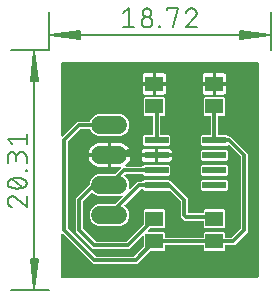
<source format=gbr>
G04 EAGLE Gerber RS-274X export*
G75*
%MOMM*%
%FSLAX34Y34*%
%LPD*%
%INTop Copper*%
%IPPOS*%
%AMOC8*
5,1,8,0,0,1.08239X$1,22.5*%
G01*
%ADD10C,0.130000*%
%ADD11C,0.152400*%
%ADD12R,1.500000X1.300000*%
%ADD13C,1.524000*%
%ADD14R,2.030000X0.610000*%
%ADD15C,0.304800*%

G36*
X176298Y607064D02*
X176298Y607064D01*
X176317Y607062D01*
X176419Y607084D01*
X176521Y607100D01*
X176538Y607110D01*
X176558Y607114D01*
X176647Y607167D01*
X176738Y607216D01*
X176752Y607230D01*
X176769Y607240D01*
X176836Y607319D01*
X176908Y607394D01*
X176916Y607412D01*
X176929Y607427D01*
X176968Y607523D01*
X177011Y607617D01*
X177013Y607637D01*
X177021Y607655D01*
X177039Y607822D01*
X177039Y789078D01*
X177036Y789098D01*
X177038Y789117D01*
X177016Y789219D01*
X177000Y789321D01*
X176990Y789338D01*
X176986Y789358D01*
X176933Y789447D01*
X176884Y789538D01*
X176870Y789552D01*
X176860Y789569D01*
X176781Y789636D01*
X176706Y789708D01*
X176688Y789716D01*
X176673Y789729D01*
X176577Y789768D01*
X176483Y789811D01*
X176463Y789813D01*
X176445Y789821D01*
X176278Y789839D01*
X10922Y789839D01*
X10902Y789836D01*
X10883Y789838D01*
X10781Y789816D01*
X10679Y789800D01*
X10662Y789790D01*
X10642Y789786D01*
X10553Y789733D01*
X10462Y789684D01*
X10448Y789670D01*
X10431Y789660D01*
X10364Y789581D01*
X10292Y789506D01*
X10284Y789488D01*
X10271Y789473D01*
X10232Y789377D01*
X10189Y789283D01*
X10187Y789263D01*
X10179Y789245D01*
X10161Y789078D01*
X10161Y727510D01*
X10172Y727439D01*
X10174Y727368D01*
X10192Y727319D01*
X10200Y727267D01*
X10234Y727204D01*
X10259Y727137D01*
X10291Y727096D01*
X10316Y727050D01*
X10367Y727001D01*
X10412Y726945D01*
X10456Y726916D01*
X10494Y726881D01*
X10559Y726850D01*
X10619Y726812D01*
X10670Y726799D01*
X10717Y726777D01*
X10788Y726769D01*
X10858Y726752D01*
X10910Y726756D01*
X10961Y726750D01*
X11032Y726765D01*
X11103Y726771D01*
X11151Y726791D01*
X11202Y726802D01*
X11263Y726839D01*
X11329Y726867D01*
X11385Y726912D01*
X11413Y726928D01*
X11428Y726946D01*
X11460Y726972D01*
X11660Y727172D01*
X24137Y739649D01*
X34036Y739649D01*
X34151Y739668D01*
X34267Y739685D01*
X34273Y739687D01*
X34279Y739688D01*
X34381Y739743D01*
X34486Y739796D01*
X34491Y739801D01*
X34496Y739804D01*
X34576Y739888D01*
X34658Y739972D01*
X34662Y739978D01*
X34665Y739982D01*
X34673Y739999D01*
X34739Y740119D01*
X35427Y741780D01*
X38000Y744353D01*
X41361Y745745D01*
X60239Y745745D01*
X63600Y744353D01*
X66173Y741780D01*
X67565Y738419D01*
X67565Y734781D01*
X66173Y731420D01*
X63600Y728847D01*
X60239Y727455D01*
X41361Y727455D01*
X38000Y728847D01*
X35427Y731420D01*
X34739Y733081D01*
X34678Y733181D01*
X34618Y733281D01*
X34613Y733285D01*
X34610Y733290D01*
X34520Y733365D01*
X34431Y733441D01*
X34425Y733443D01*
X34420Y733447D01*
X34312Y733489D01*
X34203Y733533D01*
X34195Y733534D01*
X34191Y733535D01*
X34172Y733536D01*
X34036Y733551D01*
X26978Y733551D01*
X26888Y733537D01*
X26797Y733529D01*
X26767Y733517D01*
X26735Y733512D01*
X26655Y733469D01*
X26571Y733433D01*
X26539Y733407D01*
X26518Y733396D01*
X26496Y733373D01*
X26440Y733328D01*
X15972Y722860D01*
X15919Y722786D01*
X15859Y722717D01*
X15847Y722687D01*
X15828Y722660D01*
X15801Y722573D01*
X15767Y722489D01*
X15763Y722448D01*
X15756Y722425D01*
X15757Y722393D01*
X15749Y722322D01*
X15749Y649278D01*
X15763Y649188D01*
X15771Y649097D01*
X15783Y649067D01*
X15788Y649035D01*
X15831Y648955D01*
X15867Y648871D01*
X15893Y648839D01*
X15904Y648818D01*
X15927Y648796D01*
X15972Y648740D01*
X39140Y625572D01*
X39214Y625519D01*
X39283Y625459D01*
X39313Y625447D01*
X39340Y625428D01*
X39427Y625401D01*
X39511Y625367D01*
X39552Y625363D01*
X39575Y625356D01*
X39607Y625357D01*
X39678Y625349D01*
X71422Y625349D01*
X71512Y625363D01*
X71603Y625371D01*
X71633Y625383D01*
X71665Y625388D01*
X71745Y625431D01*
X71829Y625467D01*
X71861Y625493D01*
X71882Y625504D01*
X71904Y625527D01*
X71960Y625572D01*
X79652Y633264D01*
X79705Y633338D01*
X79765Y633407D01*
X79777Y633437D01*
X79796Y633464D01*
X79823Y633551D01*
X79857Y633635D01*
X79861Y633676D01*
X79868Y633699D01*
X79867Y633731D01*
X79875Y633802D01*
X79875Y642026D01*
X79864Y642097D01*
X79862Y642168D01*
X79844Y642217D01*
X79836Y642269D01*
X79802Y642332D01*
X79777Y642399D01*
X79745Y642440D01*
X79720Y642486D01*
X79668Y642535D01*
X79624Y642591D01*
X79580Y642620D01*
X79542Y642655D01*
X79477Y642686D01*
X79417Y642724D01*
X79366Y642737D01*
X79319Y642759D01*
X79248Y642767D01*
X79178Y642784D01*
X79126Y642780D01*
X79075Y642786D01*
X79004Y642771D01*
X78933Y642765D01*
X78885Y642745D01*
X78834Y642734D01*
X78773Y642697D01*
X78707Y642669D01*
X78651Y642624D01*
X78623Y642608D01*
X78608Y642590D01*
X78576Y642564D01*
X69972Y633960D01*
X67963Y631951D01*
X36837Y631951D01*
X22351Y646437D01*
X22351Y674363D01*
X33812Y685824D01*
X33865Y685898D01*
X33925Y685967D01*
X33937Y685997D01*
X33956Y686024D01*
X33983Y686111D01*
X34017Y686195D01*
X34021Y686236D01*
X34028Y686259D01*
X34027Y686291D01*
X34035Y686362D01*
X34035Y687619D01*
X35427Y690980D01*
X38000Y693553D01*
X41361Y694945D01*
X55318Y694945D01*
X55408Y694959D01*
X55499Y694967D01*
X55529Y694979D01*
X55561Y694984D01*
X55641Y695027D01*
X55725Y695063D01*
X55757Y695089D01*
X55778Y695100D01*
X55800Y695123D01*
X55856Y695168D01*
X60543Y699855D01*
X60548Y699861D01*
X60554Y699866D01*
X60620Y699962D01*
X60687Y700054D01*
X60689Y700062D01*
X60693Y700069D01*
X60725Y700180D01*
X60759Y700289D01*
X60759Y700297D01*
X60761Y700305D01*
X60756Y700420D01*
X60753Y700535D01*
X60750Y700543D01*
X60749Y700551D01*
X60708Y700658D01*
X60668Y700766D01*
X60663Y700773D01*
X60660Y700780D01*
X60586Y700868D01*
X60514Y700958D01*
X60508Y700963D01*
X60503Y700969D01*
X60405Y701029D01*
X60307Y701091D01*
X60300Y701093D01*
X60293Y701097D01*
X60181Y701123D01*
X60069Y701151D01*
X60061Y701151D01*
X60053Y701153D01*
X59886Y701145D01*
X59220Y701039D01*
X52323Y701039D01*
X52323Y709677D01*
X68466Y709677D01*
X68331Y708821D01*
X67836Y707300D01*
X67110Y705875D01*
X66170Y704581D01*
X65039Y703450D01*
X64318Y702926D01*
X64312Y702920D01*
X64305Y702916D01*
X64226Y702833D01*
X64145Y702751D01*
X64142Y702744D01*
X64136Y702738D01*
X64088Y702634D01*
X64037Y702530D01*
X64036Y702522D01*
X64032Y702515D01*
X64020Y702401D01*
X64005Y702286D01*
X64006Y702278D01*
X64005Y702271D01*
X64030Y702158D01*
X64052Y702045D01*
X64056Y702038D01*
X64058Y702030D01*
X64117Y701931D01*
X64174Y701831D01*
X64180Y701826D01*
X64184Y701819D01*
X64271Y701744D01*
X64357Y701667D01*
X64365Y701664D01*
X64371Y701659D01*
X64478Y701616D01*
X64583Y701571D01*
X64591Y701570D01*
X64599Y701567D01*
X64766Y701549D01*
X78264Y701549D01*
X78284Y701552D01*
X78303Y701550D01*
X78405Y701572D01*
X78507Y701588D01*
X78524Y701598D01*
X78544Y701602D01*
X78633Y701655D01*
X78724Y701704D01*
X78738Y701718D01*
X78755Y701728D01*
X78822Y701807D01*
X78894Y701882D01*
X78902Y701900D01*
X78915Y701915D01*
X78954Y702011D01*
X78997Y702105D01*
X78999Y702125D01*
X79007Y702143D01*
X79009Y702166D01*
X79918Y703075D01*
X101482Y703075D01*
X102375Y702182D01*
X102375Y694818D01*
X101482Y693925D01*
X79918Y693925D01*
X79000Y694844D01*
X78986Y694933D01*
X78976Y694950D01*
X78972Y694970D01*
X78919Y695059D01*
X78870Y695150D01*
X78856Y695164D01*
X78846Y695181D01*
X78767Y695248D01*
X78692Y695320D01*
X78674Y695328D01*
X78659Y695341D01*
X78563Y695380D01*
X78469Y695423D01*
X78449Y695425D01*
X78431Y695433D01*
X78264Y695451D01*
X65078Y695451D01*
X64988Y695437D01*
X64897Y695429D01*
X64867Y695417D01*
X64835Y695412D01*
X64755Y695369D01*
X64671Y695333D01*
X64639Y695307D01*
X64618Y695296D01*
X64596Y695273D01*
X64540Y695228D01*
X63770Y694459D01*
X63759Y694443D01*
X63743Y694430D01*
X63687Y694343D01*
X63627Y694259D01*
X63621Y694240D01*
X63610Y694223D01*
X63585Y694123D01*
X63554Y694024D01*
X63555Y694004D01*
X63550Y693985D01*
X63558Y693882D01*
X63561Y693778D01*
X63568Y693759D01*
X63569Y693740D01*
X63610Y693645D01*
X63645Y693547D01*
X63658Y693531D01*
X63666Y693513D01*
X63770Y693382D01*
X66173Y690980D01*
X67565Y687619D01*
X67565Y683981D01*
X67258Y683241D01*
X67236Y683146D01*
X67207Y683053D01*
X67208Y683027D01*
X67202Y683001D01*
X67211Y682905D01*
X67214Y682807D01*
X67223Y682783D01*
X67225Y682757D01*
X67265Y682668D01*
X67298Y682576D01*
X67314Y682556D01*
X67325Y682532D01*
X67391Y682460D01*
X67452Y682384D01*
X67474Y682370D01*
X67492Y682351D01*
X67577Y682304D01*
X67659Y682251D01*
X67684Y682245D01*
X67707Y682232D01*
X67803Y682215D01*
X67897Y682191D01*
X67923Y682193D01*
X67949Y682188D01*
X68046Y682203D01*
X68142Y682210D01*
X68166Y682220D01*
X68192Y682224D01*
X68279Y682268D01*
X68369Y682307D01*
X68394Y682327D01*
X68412Y682336D01*
X68435Y682359D01*
X68500Y682411D01*
X74937Y688849D01*
X78264Y688849D01*
X78284Y688852D01*
X78303Y688850D01*
X78405Y688872D01*
X78507Y688888D01*
X78524Y688898D01*
X78544Y688902D01*
X78633Y688955D01*
X78724Y689004D01*
X78738Y689018D01*
X78755Y689028D01*
X78822Y689107D01*
X78894Y689182D01*
X78902Y689200D01*
X78915Y689215D01*
X78954Y689311D01*
X78997Y689405D01*
X78999Y689425D01*
X79007Y689443D01*
X79009Y689466D01*
X79918Y690375D01*
X101482Y690375D01*
X102400Y689456D01*
X102414Y689367D01*
X102424Y689350D01*
X102428Y689330D01*
X102481Y689241D01*
X102530Y689150D01*
X102544Y689136D01*
X102554Y689119D01*
X102633Y689052D01*
X102708Y688980D01*
X102726Y688972D01*
X102741Y688959D01*
X102760Y688951D01*
X117349Y674363D01*
X117349Y662610D01*
X117351Y662599D01*
X117350Y662593D01*
X117351Y662585D01*
X117350Y662571D01*
X117372Y662469D01*
X117388Y662367D01*
X117398Y662350D01*
X117402Y662330D01*
X117455Y662241D01*
X117504Y662150D01*
X117518Y662136D01*
X117528Y662119D01*
X117607Y662052D01*
X117682Y661980D01*
X117700Y661972D01*
X117715Y661959D01*
X117811Y661920D01*
X117905Y661877D01*
X117925Y661875D01*
X117943Y661867D01*
X118110Y661849D01*
X129914Y661849D01*
X129934Y661852D01*
X129953Y661850D01*
X130055Y661872D01*
X130157Y661888D01*
X130174Y661898D01*
X130194Y661902D01*
X130283Y661955D01*
X130374Y662004D01*
X130388Y662018D01*
X130405Y662028D01*
X130472Y662107D01*
X130544Y662182D01*
X130552Y662200D01*
X130565Y662215D01*
X130604Y662311D01*
X130647Y662405D01*
X130649Y662425D01*
X130657Y662443D01*
X130675Y662610D01*
X130675Y664332D01*
X131568Y665225D01*
X147832Y665225D01*
X148725Y664332D01*
X148725Y650068D01*
X147832Y649175D01*
X131568Y649175D01*
X130675Y650068D01*
X130675Y654990D01*
X130672Y655010D01*
X130674Y655029D01*
X130652Y655131D01*
X130636Y655233D01*
X130626Y655250D01*
X130622Y655270D01*
X130569Y655359D01*
X130520Y655450D01*
X130506Y655464D01*
X130496Y655481D01*
X130417Y655548D01*
X130342Y655620D01*
X130324Y655628D01*
X130309Y655641D01*
X130213Y655680D01*
X130119Y655723D01*
X130099Y655725D01*
X130081Y655733D01*
X129914Y655751D01*
X114637Y655751D01*
X111251Y659137D01*
X111251Y671522D01*
X111237Y671612D01*
X111229Y671703D01*
X111217Y671733D01*
X111212Y671765D01*
X111169Y671845D01*
X111133Y671929D01*
X111107Y671961D01*
X111096Y671982D01*
X111073Y672004D01*
X111028Y672060D01*
X102086Y681002D01*
X102012Y681055D01*
X101943Y681115D01*
X101913Y681127D01*
X101886Y681146D01*
X101799Y681173D01*
X101715Y681207D01*
X101674Y681211D01*
X101651Y681218D01*
X101619Y681217D01*
X101548Y681225D01*
X79918Y681225D01*
X79000Y682144D01*
X78986Y682233D01*
X78976Y682250D01*
X78972Y682270D01*
X78919Y682359D01*
X78870Y682450D01*
X78856Y682464D01*
X78846Y682481D01*
X78767Y682548D01*
X78692Y682620D01*
X78674Y682628D01*
X78659Y682641D01*
X78563Y682680D01*
X78469Y682723D01*
X78449Y682725D01*
X78431Y682733D01*
X78264Y682751D01*
X77778Y682751D01*
X77688Y682737D01*
X77597Y682729D01*
X77567Y682717D01*
X77535Y682712D01*
X77455Y682669D01*
X77371Y682633D01*
X77339Y682607D01*
X77318Y682596D01*
X77296Y682573D01*
X77240Y682528D01*
X63770Y669059D01*
X63759Y669043D01*
X63743Y669030D01*
X63687Y668943D01*
X63627Y668859D01*
X63621Y668840D01*
X63610Y668823D01*
X63585Y668723D01*
X63554Y668624D01*
X63555Y668604D01*
X63550Y668585D01*
X63558Y668482D01*
X63561Y668378D01*
X63568Y668359D01*
X63569Y668340D01*
X63610Y668245D01*
X63645Y668147D01*
X63658Y668131D01*
X63666Y668113D01*
X63770Y667982D01*
X66173Y665580D01*
X67565Y662219D01*
X67565Y658581D01*
X66173Y655220D01*
X63600Y652647D01*
X60239Y651255D01*
X41361Y651255D01*
X38000Y652647D01*
X35427Y655220D01*
X34035Y658581D01*
X34035Y662219D01*
X35427Y665580D01*
X38000Y668153D01*
X41361Y669545D01*
X55318Y669545D01*
X55408Y669559D01*
X55499Y669567D01*
X55529Y669579D01*
X55561Y669584D01*
X55641Y669627D01*
X55725Y669663D01*
X55757Y669689D01*
X55778Y669700D01*
X55800Y669723D01*
X55856Y669768D01*
X61809Y675720D01*
X61866Y675799D01*
X61928Y675874D01*
X61937Y675899D01*
X61952Y675920D01*
X61981Y676013D01*
X62016Y676104D01*
X62017Y676130D01*
X62025Y676155D01*
X62022Y676252D01*
X62026Y676350D01*
X62019Y676375D01*
X62018Y676401D01*
X61985Y676492D01*
X61958Y676586D01*
X61943Y676607D01*
X61934Y676632D01*
X61873Y676708D01*
X61817Y676788D01*
X61796Y676804D01*
X61780Y676824D01*
X61698Y676877D01*
X61620Y676935D01*
X61595Y676943D01*
X61573Y676957D01*
X61479Y676981D01*
X61386Y677011D01*
X61360Y677011D01*
X61335Y677017D01*
X61238Y677009D01*
X61140Y677009D01*
X61109Y676999D01*
X61089Y676998D01*
X61059Y676985D01*
X60979Y676962D01*
X60239Y676655D01*
X41361Y676655D01*
X38000Y678047D01*
X36868Y679180D01*
X36852Y679191D01*
X36839Y679207D01*
X36763Y679256D01*
X36747Y679269D01*
X36738Y679273D01*
X36668Y679323D01*
X36649Y679329D01*
X36632Y679340D01*
X36532Y679365D01*
X36433Y679396D01*
X36413Y679395D01*
X36394Y679400D01*
X36291Y679392D01*
X36187Y679389D01*
X36168Y679382D01*
X36148Y679381D01*
X36054Y679340D01*
X35956Y679305D01*
X35940Y679292D01*
X35922Y679284D01*
X35850Y679227D01*
X35846Y679225D01*
X35842Y679221D01*
X35791Y679180D01*
X28672Y672060D01*
X28619Y671986D01*
X28559Y671917D01*
X28547Y671887D01*
X28528Y671860D01*
X28501Y671773D01*
X28467Y671689D01*
X28463Y671648D01*
X28456Y671625D01*
X28457Y671593D01*
X28449Y671522D01*
X28449Y649278D01*
X28463Y649188D01*
X28471Y649097D01*
X28483Y649067D01*
X28488Y649035D01*
X28531Y648955D01*
X28567Y648871D01*
X28593Y648839D01*
X28604Y648818D01*
X28627Y648796D01*
X28672Y648740D01*
X39140Y638272D01*
X39214Y638219D01*
X39283Y638159D01*
X39313Y638147D01*
X39340Y638128D01*
X39427Y638101D01*
X39511Y638067D01*
X39552Y638063D01*
X39575Y638056D01*
X39607Y638057D01*
X39678Y638049D01*
X65122Y638049D01*
X65212Y638063D01*
X65303Y638071D01*
X65333Y638083D01*
X65365Y638088D01*
X65445Y638131D01*
X65529Y638167D01*
X65561Y638193D01*
X65582Y638204D01*
X65604Y638227D01*
X65660Y638272D01*
X79652Y652264D01*
X79705Y652338D01*
X79765Y652407D01*
X79777Y652437D01*
X79796Y652464D01*
X79823Y652551D01*
X79857Y652635D01*
X79861Y652676D01*
X79868Y652699D01*
X79867Y652731D01*
X79875Y652802D01*
X79875Y664332D01*
X80768Y665225D01*
X97032Y665225D01*
X97925Y664332D01*
X97925Y650068D01*
X97032Y649175D01*
X85502Y649175D01*
X85412Y649161D01*
X85321Y649153D01*
X85291Y649141D01*
X85259Y649136D01*
X85179Y649093D01*
X85095Y649057D01*
X85063Y649031D01*
X85042Y649020D01*
X85020Y648997D01*
X84964Y648952D01*
X83536Y647524D01*
X83494Y647466D01*
X83445Y647414D01*
X83423Y647367D01*
X83392Y647325D01*
X83371Y647256D01*
X83341Y647191D01*
X83335Y647139D01*
X83320Y647089D01*
X83322Y647018D01*
X83314Y646947D01*
X83325Y646896D01*
X83326Y646844D01*
X83351Y646776D01*
X83366Y646706D01*
X83393Y646661D01*
X83411Y646613D01*
X83456Y646557D01*
X83492Y646495D01*
X83532Y646461D01*
X83564Y646421D01*
X83625Y646382D01*
X83679Y646335D01*
X83728Y646316D01*
X83771Y646288D01*
X83841Y646270D01*
X83907Y646243D01*
X83979Y646235D01*
X84010Y646227D01*
X84033Y646229D01*
X84074Y646225D01*
X97032Y646225D01*
X97925Y645332D01*
X97925Y642010D01*
X97928Y641990D01*
X97926Y641971D01*
X97948Y641869D01*
X97964Y641767D01*
X97974Y641750D01*
X97978Y641730D01*
X98031Y641641D01*
X98080Y641550D01*
X98094Y641536D01*
X98104Y641519D01*
X98183Y641452D01*
X98258Y641380D01*
X98276Y641372D01*
X98291Y641359D01*
X98387Y641320D01*
X98481Y641277D01*
X98501Y641275D01*
X98519Y641267D01*
X98686Y641249D01*
X129914Y641249D01*
X129934Y641252D01*
X129953Y641250D01*
X130055Y641272D01*
X130157Y641288D01*
X130174Y641298D01*
X130194Y641302D01*
X130283Y641355D01*
X130374Y641404D01*
X130388Y641418D01*
X130405Y641428D01*
X130472Y641507D01*
X130544Y641582D01*
X130552Y641600D01*
X130565Y641615D01*
X130604Y641711D01*
X130647Y641805D01*
X130649Y641825D01*
X130657Y641843D01*
X130675Y642010D01*
X130675Y645332D01*
X131568Y646225D01*
X147832Y646225D01*
X148725Y645332D01*
X148725Y642010D01*
X148728Y641990D01*
X148726Y641971D01*
X148748Y641869D01*
X148764Y641767D01*
X148774Y641750D01*
X148778Y641730D01*
X148831Y641641D01*
X148880Y641550D01*
X148894Y641536D01*
X148904Y641519D01*
X148983Y641452D01*
X149058Y641380D01*
X149076Y641372D01*
X149091Y641359D01*
X149187Y641320D01*
X149281Y641277D01*
X149301Y641275D01*
X149319Y641267D01*
X149486Y641249D01*
X154022Y641249D01*
X154112Y641263D01*
X154203Y641271D01*
X154233Y641283D01*
X154265Y641288D01*
X154345Y641331D01*
X154429Y641367D01*
X154461Y641393D01*
X154482Y641404D01*
X154504Y641427D01*
X154560Y641472D01*
X161828Y648740D01*
X161881Y648814D01*
X161941Y648883D01*
X161953Y648913D01*
X161972Y648940D01*
X161999Y649027D01*
X162033Y649111D01*
X162037Y649152D01*
X162044Y649175D01*
X162043Y649207D01*
X162051Y649278D01*
X162051Y709622D01*
X162037Y709712D01*
X162029Y709803D01*
X162017Y709833D01*
X162012Y709865D01*
X161969Y709945D01*
X161933Y710029D01*
X161907Y710061D01*
X161896Y710082D01*
X161873Y710104D01*
X161828Y710160D01*
X152111Y719878D01*
X152094Y719889D01*
X152082Y719905D01*
X151995Y719961D01*
X151911Y720021D01*
X151892Y720027D01*
X151875Y720038D01*
X151775Y720063D01*
X151676Y720094D01*
X151656Y720093D01*
X151637Y720098D01*
X151534Y720090D01*
X151430Y720087D01*
X151411Y720080D01*
X151391Y720079D01*
X151296Y720039D01*
X151199Y720003D01*
X151183Y719990D01*
X151165Y719983D01*
X151034Y719878D01*
X150482Y719325D01*
X128918Y719325D01*
X128025Y720218D01*
X128025Y727582D01*
X128918Y728475D01*
X135890Y728475D01*
X135910Y728478D01*
X135929Y728476D01*
X136031Y728498D01*
X136133Y728514D01*
X136150Y728524D01*
X136170Y728528D01*
X136259Y728581D01*
X136350Y728630D01*
X136364Y728644D01*
X136381Y728654D01*
X136448Y728733D01*
X136520Y728808D01*
X136528Y728826D01*
X136541Y728841D01*
X136580Y728937D01*
X136623Y729031D01*
X136625Y729051D01*
X136633Y729069D01*
X136651Y729236D01*
X136651Y743714D01*
X136648Y743734D01*
X136650Y743753D01*
X136628Y743855D01*
X136612Y743957D01*
X136602Y743974D01*
X136598Y743994D01*
X136545Y744083D01*
X136496Y744174D01*
X136482Y744188D01*
X136472Y744205D01*
X136393Y744272D01*
X136318Y744344D01*
X136300Y744352D01*
X136285Y744365D01*
X136189Y744404D01*
X136095Y744447D01*
X136075Y744449D01*
X136057Y744457D01*
X135890Y744475D01*
X131568Y744475D01*
X130675Y745368D01*
X130675Y759632D01*
X131568Y760525D01*
X147832Y760525D01*
X148725Y759632D01*
X148725Y745368D01*
X147832Y744475D01*
X143510Y744475D01*
X143490Y744472D01*
X143471Y744474D01*
X143369Y744452D01*
X143267Y744436D01*
X143250Y744426D01*
X143230Y744422D01*
X143141Y744369D01*
X143050Y744320D01*
X143036Y744306D01*
X143019Y744296D01*
X142952Y744217D01*
X142880Y744142D01*
X142872Y744124D01*
X142859Y744109D01*
X142820Y744013D01*
X142777Y743919D01*
X142775Y743899D01*
X142767Y743881D01*
X142749Y743714D01*
X142749Y729236D01*
X142752Y729216D01*
X142750Y729197D01*
X142772Y729095D01*
X142788Y728993D01*
X142798Y728976D01*
X142802Y728956D01*
X142855Y728867D01*
X142904Y728776D01*
X142918Y728762D01*
X142928Y728745D01*
X143007Y728678D01*
X143082Y728606D01*
X143100Y728598D01*
X143115Y728585D01*
X143211Y728546D01*
X143305Y728503D01*
X143325Y728501D01*
X143343Y728493D01*
X143510Y728475D01*
X150482Y728475D01*
X151400Y727556D01*
X151414Y727467D01*
X151424Y727450D01*
X151428Y727430D01*
X151481Y727341D01*
X151530Y727250D01*
X151544Y727236D01*
X151554Y727219D01*
X151633Y727152D01*
X151708Y727080D01*
X151726Y727072D01*
X151741Y727059D01*
X151837Y727020D01*
X151931Y726977D01*
X151951Y726975D01*
X151969Y726967D01*
X152136Y726949D01*
X153663Y726949D01*
X168149Y712463D01*
X168149Y646437D01*
X156863Y635151D01*
X149486Y635151D01*
X149466Y635148D01*
X149447Y635150D01*
X149345Y635128D01*
X149243Y635112D01*
X149226Y635102D01*
X149206Y635098D01*
X149117Y635045D01*
X149026Y634996D01*
X149012Y634982D01*
X148995Y634972D01*
X148928Y634893D01*
X148856Y634818D01*
X148848Y634800D01*
X148835Y634785D01*
X148796Y634689D01*
X148753Y634595D01*
X148751Y634575D01*
X148743Y634557D01*
X148725Y634390D01*
X148725Y631068D01*
X147832Y630175D01*
X131568Y630175D01*
X130675Y631068D01*
X130675Y634390D01*
X130672Y634410D01*
X130674Y634429D01*
X130652Y634531D01*
X130636Y634633D01*
X130626Y634650D01*
X130622Y634670D01*
X130569Y634759D01*
X130520Y634850D01*
X130506Y634864D01*
X130496Y634881D01*
X130417Y634948D01*
X130342Y635020D01*
X130324Y635028D01*
X130309Y635041D01*
X130213Y635080D01*
X130119Y635123D01*
X130099Y635125D01*
X130081Y635133D01*
X129914Y635151D01*
X98686Y635151D01*
X98666Y635148D01*
X98647Y635150D01*
X98545Y635128D01*
X98443Y635112D01*
X98426Y635102D01*
X98406Y635098D01*
X98317Y635045D01*
X98226Y634996D01*
X98212Y634982D01*
X98195Y634972D01*
X98128Y634893D01*
X98056Y634818D01*
X98048Y634800D01*
X98035Y634785D01*
X97996Y634689D01*
X97953Y634595D01*
X97951Y634575D01*
X97943Y634557D01*
X97925Y634390D01*
X97925Y631068D01*
X97032Y630175D01*
X85502Y630175D01*
X85412Y630161D01*
X85321Y630153D01*
X85291Y630141D01*
X85259Y630136D01*
X85179Y630093D01*
X85095Y630057D01*
X85063Y630031D01*
X85042Y630020D01*
X85020Y629997D01*
X84964Y629952D01*
X74263Y619251D01*
X36837Y619251D01*
X34828Y621260D01*
X11460Y644628D01*
X11402Y644670D01*
X11350Y644719D01*
X11303Y644741D01*
X11261Y644772D01*
X11192Y644793D01*
X11127Y644823D01*
X11075Y644829D01*
X11025Y644844D01*
X10954Y644842D01*
X10883Y644850D01*
X10832Y644839D01*
X10780Y644838D01*
X10712Y644813D01*
X10642Y644798D01*
X10597Y644771D01*
X10549Y644753D01*
X10493Y644708D01*
X10431Y644672D01*
X10397Y644632D01*
X10357Y644600D01*
X10318Y644539D01*
X10271Y644485D01*
X10252Y644436D01*
X10224Y644393D01*
X10206Y644323D01*
X10179Y644257D01*
X10171Y644185D01*
X10163Y644154D01*
X10165Y644131D01*
X10161Y644090D01*
X10161Y607822D01*
X10164Y607802D01*
X10162Y607783D01*
X10184Y607681D01*
X10200Y607579D01*
X10210Y607562D01*
X10214Y607542D01*
X10267Y607453D01*
X10316Y607362D01*
X10330Y607348D01*
X10340Y607331D01*
X10419Y607264D01*
X10494Y607192D01*
X10512Y607184D01*
X10527Y607171D01*
X10623Y607132D01*
X10717Y607089D01*
X10737Y607087D01*
X10755Y607079D01*
X10922Y607061D01*
X176278Y607061D01*
X176298Y607064D01*
G37*
%LPC*%
G36*
X79918Y719325D02*
X79918Y719325D01*
X79025Y720218D01*
X79025Y727582D01*
X79918Y728475D01*
X86890Y728475D01*
X86910Y728478D01*
X86929Y728476D01*
X87031Y728498D01*
X87133Y728514D01*
X87150Y728524D01*
X87170Y728528D01*
X87259Y728581D01*
X87350Y728630D01*
X87364Y728644D01*
X87381Y728654D01*
X87448Y728733D01*
X87520Y728808D01*
X87528Y728826D01*
X87541Y728841D01*
X87580Y728937D01*
X87623Y729031D01*
X87625Y729051D01*
X87633Y729069D01*
X87651Y729236D01*
X87651Y743714D01*
X87648Y743734D01*
X87650Y743753D01*
X87628Y743855D01*
X87612Y743957D01*
X87602Y743974D01*
X87598Y743994D01*
X87545Y744083D01*
X87496Y744174D01*
X87482Y744188D01*
X87472Y744205D01*
X87393Y744272D01*
X87318Y744344D01*
X87300Y744352D01*
X87285Y744365D01*
X87189Y744404D01*
X87095Y744447D01*
X87075Y744449D01*
X87057Y744457D01*
X86890Y744475D01*
X80768Y744475D01*
X79875Y745368D01*
X79875Y759632D01*
X80768Y760525D01*
X97032Y760525D01*
X97925Y759632D01*
X97925Y745368D01*
X97032Y744475D01*
X94510Y744475D01*
X94490Y744472D01*
X94471Y744474D01*
X94369Y744452D01*
X94267Y744436D01*
X94250Y744426D01*
X94230Y744422D01*
X94141Y744369D01*
X94050Y744320D01*
X94036Y744306D01*
X94019Y744296D01*
X93952Y744217D01*
X93880Y744142D01*
X93872Y744124D01*
X93859Y744109D01*
X93820Y744013D01*
X93777Y743919D01*
X93775Y743899D01*
X93767Y743881D01*
X93749Y743714D01*
X93749Y729236D01*
X93752Y729216D01*
X93750Y729197D01*
X93772Y729095D01*
X93788Y728993D01*
X93798Y728976D01*
X93802Y728956D01*
X93855Y728867D01*
X93904Y728776D01*
X93918Y728762D01*
X93928Y728745D01*
X94007Y728678D01*
X94082Y728606D01*
X94100Y728598D01*
X94115Y728585D01*
X94211Y728546D01*
X94305Y728503D01*
X94325Y728501D01*
X94343Y728493D01*
X94510Y728475D01*
X101482Y728475D01*
X102375Y727582D01*
X102375Y720218D01*
X101482Y719325D01*
X79918Y719325D01*
G37*
%LPD*%
%LPC*%
G36*
X128918Y706625D02*
X128918Y706625D01*
X128025Y707518D01*
X128025Y714882D01*
X128918Y715775D01*
X150482Y715775D01*
X151375Y714882D01*
X151375Y707518D01*
X150482Y706625D01*
X128918Y706625D01*
G37*
%LPD*%
%LPC*%
G36*
X128918Y693925D02*
X128918Y693925D01*
X128025Y694818D01*
X128025Y702182D01*
X128918Y703075D01*
X150482Y703075D01*
X151375Y702182D01*
X151375Y694818D01*
X150482Y693925D01*
X128918Y693925D01*
G37*
%LPD*%
%LPC*%
G36*
X128918Y681225D02*
X128918Y681225D01*
X128025Y682118D01*
X128025Y689482D01*
X128918Y690375D01*
X150482Y690375D01*
X151375Y689482D01*
X151375Y682118D01*
X150482Y681225D01*
X128918Y681225D01*
G37*
%LPD*%
%LPC*%
G36*
X52323Y712723D02*
X52323Y712723D01*
X52323Y721361D01*
X59220Y721361D01*
X60799Y721111D01*
X62320Y720616D01*
X63745Y719890D01*
X65039Y718950D01*
X66170Y717819D01*
X67110Y716525D01*
X67836Y715100D01*
X68331Y713579D01*
X68466Y712723D01*
X52323Y712723D01*
G37*
%LPD*%
%LPC*%
G36*
X33134Y712723D02*
X33134Y712723D01*
X33269Y713579D01*
X33764Y715100D01*
X34490Y716525D01*
X35430Y717819D01*
X36561Y718950D01*
X37855Y719890D01*
X39280Y720616D01*
X40801Y721111D01*
X42380Y721361D01*
X49277Y721361D01*
X49277Y712723D01*
X33134Y712723D01*
G37*
%LPD*%
%LPC*%
G36*
X42380Y701039D02*
X42380Y701039D01*
X40801Y701289D01*
X39280Y701784D01*
X37855Y702510D01*
X36561Y703450D01*
X35430Y704581D01*
X34490Y705875D01*
X33764Y707300D01*
X33269Y708821D01*
X33134Y709677D01*
X49277Y709677D01*
X49277Y701039D01*
X42380Y701039D01*
G37*
%LPD*%
%LPC*%
G36*
X90423Y773023D02*
X90423Y773023D01*
X90423Y780541D01*
X96734Y780541D01*
X97381Y780368D01*
X97960Y780033D01*
X98433Y779560D01*
X98768Y778981D01*
X98941Y778334D01*
X98941Y773023D01*
X90423Y773023D01*
G37*
%LPD*%
%LPC*%
G36*
X141223Y773023D02*
X141223Y773023D01*
X141223Y780541D01*
X147534Y780541D01*
X148181Y780368D01*
X148760Y780033D01*
X149233Y779560D01*
X149568Y778981D01*
X149741Y778334D01*
X149741Y773023D01*
X141223Y773023D01*
G37*
%LPD*%
%LPC*%
G36*
X129659Y773023D02*
X129659Y773023D01*
X129659Y778334D01*
X129832Y778981D01*
X130167Y779560D01*
X130640Y780033D01*
X131219Y780368D01*
X131866Y780541D01*
X138177Y780541D01*
X138177Y773023D01*
X129659Y773023D01*
G37*
%LPD*%
%LPC*%
G36*
X78859Y773023D02*
X78859Y773023D01*
X78859Y778334D01*
X79032Y778981D01*
X79367Y779560D01*
X79840Y780033D01*
X80419Y780368D01*
X81066Y780541D01*
X87377Y780541D01*
X87377Y773023D01*
X78859Y773023D01*
G37*
%LPD*%
%LPC*%
G36*
X141223Y762459D02*
X141223Y762459D01*
X141223Y769977D01*
X149741Y769977D01*
X149741Y764666D01*
X149568Y764019D01*
X149233Y763440D01*
X148760Y762967D01*
X148181Y762632D01*
X147534Y762459D01*
X141223Y762459D01*
G37*
%LPD*%
%LPC*%
G36*
X90423Y762459D02*
X90423Y762459D01*
X90423Y769977D01*
X98941Y769977D01*
X98941Y764666D01*
X98768Y764019D01*
X98433Y763440D01*
X97960Y762967D01*
X97381Y762632D01*
X96734Y762459D01*
X90423Y762459D01*
G37*
%LPD*%
%LPC*%
G36*
X131866Y762459D02*
X131866Y762459D01*
X131219Y762632D01*
X130640Y762967D01*
X130167Y763440D01*
X129832Y764019D01*
X129659Y764666D01*
X129659Y769977D01*
X138177Y769977D01*
X138177Y762459D01*
X131866Y762459D01*
G37*
%LPD*%
%LPC*%
G36*
X81066Y762459D02*
X81066Y762459D01*
X80419Y762632D01*
X79840Y762967D01*
X79367Y763440D01*
X79032Y764019D01*
X78859Y764666D01*
X78859Y769977D01*
X87377Y769977D01*
X87377Y762459D01*
X81066Y762459D01*
G37*
%LPD*%
%LPC*%
G36*
X92223Y712723D02*
X92223Y712723D01*
X92223Y716791D01*
X101184Y716791D01*
X101831Y716618D01*
X102410Y716283D01*
X102883Y715810D01*
X103218Y715231D01*
X103391Y714584D01*
X103391Y712723D01*
X92223Y712723D01*
G37*
%LPD*%
%LPC*%
G36*
X78009Y712723D02*
X78009Y712723D01*
X78009Y714584D01*
X78182Y715231D01*
X78517Y715810D01*
X78990Y716283D01*
X79569Y716618D01*
X80216Y716791D01*
X89177Y716791D01*
X89177Y712723D01*
X78009Y712723D01*
G37*
%LPD*%
%LPC*%
G36*
X92223Y705609D02*
X92223Y705609D01*
X92223Y709677D01*
X103391Y709677D01*
X103391Y707816D01*
X103218Y707169D01*
X102883Y706590D01*
X102410Y706117D01*
X101831Y705782D01*
X101184Y705609D01*
X92223Y705609D01*
G37*
%LPD*%
%LPC*%
G36*
X80216Y705609D02*
X80216Y705609D01*
X79569Y705782D01*
X78990Y706117D01*
X78517Y706590D01*
X78182Y707169D01*
X78009Y707816D01*
X78009Y709677D01*
X89177Y709677D01*
X89177Y705609D01*
X80216Y705609D01*
G37*
%LPD*%
%LPC*%
G36*
X50799Y711199D02*
X50799Y711199D01*
X50799Y711201D01*
X50801Y711201D01*
X50801Y711199D01*
X50799Y711199D01*
G37*
%LPD*%
%LPC*%
G36*
X139699Y771499D02*
X139699Y771499D01*
X139699Y771501D01*
X139701Y771501D01*
X139701Y771499D01*
X139699Y771499D01*
G37*
%LPD*%
%LPC*%
G36*
X88899Y771499D02*
X88899Y771499D01*
X88899Y771501D01*
X88901Y771501D01*
X88901Y771499D01*
X88899Y771499D01*
G37*
%LPD*%
%LPC*%
G36*
X90699Y711199D02*
X90699Y711199D01*
X90699Y711201D01*
X90701Y711201D01*
X90701Y711199D01*
X90699Y711199D01*
G37*
%LPD*%
D10*
X0Y800000D02*
X-32200Y800000D01*
X-32200Y596900D02*
X0Y596900D01*
X-12700Y597550D02*
X-12700Y799350D01*
X-15892Y774000D01*
X-9508Y774000D01*
X-12700Y799350D01*
X-14000Y774000D01*
X-11400Y774000D02*
X-12700Y799350D01*
X-15300Y774000D01*
X-10100Y774000D02*
X-12700Y799350D01*
X-15892Y622900D02*
X-12700Y597550D01*
X-15892Y622900D02*
X-9508Y622900D01*
X-12700Y597550D01*
X-14000Y622900D01*
X-11400Y622900D02*
X-12700Y597550D01*
X-15300Y622900D01*
X-10100Y622900D02*
X-12700Y597550D01*
D11*
X-35463Y672269D02*
X-35461Y672394D01*
X-35455Y672519D01*
X-35446Y672644D01*
X-35432Y672768D01*
X-35415Y672892D01*
X-35394Y673016D01*
X-35369Y673138D01*
X-35340Y673260D01*
X-35308Y673381D01*
X-35272Y673501D01*
X-35232Y673620D01*
X-35189Y673737D01*
X-35142Y673853D01*
X-35091Y673968D01*
X-35037Y674080D01*
X-34979Y674192D01*
X-34919Y674301D01*
X-34854Y674408D01*
X-34787Y674514D01*
X-34716Y674617D01*
X-34642Y674718D01*
X-34565Y674817D01*
X-34485Y674913D01*
X-34402Y675007D01*
X-34317Y675098D01*
X-34228Y675187D01*
X-34137Y675272D01*
X-34043Y675355D01*
X-33947Y675435D01*
X-33848Y675512D01*
X-33747Y675586D01*
X-33644Y675657D01*
X-33538Y675724D01*
X-33431Y675789D01*
X-33322Y675849D01*
X-33210Y675907D01*
X-33098Y675961D01*
X-32983Y676012D01*
X-32867Y676059D01*
X-32750Y676102D01*
X-32631Y676142D01*
X-32511Y676178D01*
X-32390Y676210D01*
X-32268Y676239D01*
X-32146Y676264D01*
X-32022Y676285D01*
X-31898Y676302D01*
X-31774Y676316D01*
X-31649Y676325D01*
X-31524Y676331D01*
X-31399Y676333D01*
X-35463Y672269D02*
X-35461Y672126D01*
X-35455Y671984D01*
X-35445Y671841D01*
X-35432Y671699D01*
X-35414Y671558D01*
X-35393Y671416D01*
X-35368Y671276D01*
X-35339Y671136D01*
X-35306Y670997D01*
X-35269Y670859D01*
X-35229Y670722D01*
X-35185Y670587D01*
X-35137Y670452D01*
X-35085Y670319D01*
X-35030Y670187D01*
X-34971Y670057D01*
X-34909Y669929D01*
X-34843Y669802D01*
X-34774Y669677D01*
X-34702Y669554D01*
X-34626Y669434D01*
X-34547Y669315D01*
X-34464Y669198D01*
X-34379Y669084D01*
X-34290Y668972D01*
X-34199Y668863D01*
X-34104Y668756D01*
X-34007Y668651D01*
X-33906Y668550D01*
X-33803Y668451D01*
X-33698Y668355D01*
X-33589Y668262D01*
X-33478Y668172D01*
X-33365Y668085D01*
X-33250Y668001D01*
X-33132Y667921D01*
X-33012Y667843D01*
X-32890Y667769D01*
X-32766Y667699D01*
X-32640Y667631D01*
X-32512Y667568D01*
X-32383Y667507D01*
X-32252Y667450D01*
X-32120Y667397D01*
X-31986Y667348D01*
X-31851Y667302D01*
X-28238Y674978D02*
X-28330Y675072D01*
X-28424Y675162D01*
X-28521Y675250D01*
X-28621Y675335D01*
X-28723Y675417D01*
X-28828Y675496D01*
X-28935Y675571D01*
X-29044Y675643D01*
X-29155Y675712D01*
X-29269Y675778D01*
X-29384Y675840D01*
X-29501Y675899D01*
X-29620Y675954D01*
X-29740Y676005D01*
X-29862Y676053D01*
X-29985Y676098D01*
X-30109Y676138D01*
X-30235Y676175D01*
X-30362Y676208D01*
X-30489Y676237D01*
X-30618Y676263D01*
X-30747Y676284D01*
X-30877Y676302D01*
X-31007Y676315D01*
X-31137Y676325D01*
X-31268Y676331D01*
X-31399Y676333D01*
X-28238Y674978D02*
X-19207Y667302D01*
X-19207Y676333D01*
X-27335Y682933D02*
X-27655Y682937D01*
X-27974Y682948D01*
X-28294Y682967D01*
X-28612Y682994D01*
X-28930Y683028D01*
X-29247Y683070D01*
X-29563Y683120D01*
X-29878Y683177D01*
X-30191Y683241D01*
X-30503Y683313D01*
X-30813Y683392D01*
X-31120Y683479D01*
X-31426Y683573D01*
X-31729Y683674D01*
X-32030Y683783D01*
X-32328Y683898D01*
X-32624Y684021D01*
X-32916Y684151D01*
X-33205Y684288D01*
X-33206Y684288D02*
X-33314Y684327D01*
X-33421Y684370D01*
X-33526Y684416D01*
X-33630Y684467D01*
X-33732Y684520D01*
X-33832Y684577D01*
X-33930Y684638D01*
X-34025Y684702D01*
X-34119Y684769D01*
X-34210Y684840D01*
X-34299Y684913D01*
X-34385Y684990D01*
X-34468Y685069D01*
X-34549Y685151D01*
X-34627Y685236D01*
X-34701Y685324D01*
X-34773Y685414D01*
X-34841Y685506D01*
X-34907Y685601D01*
X-34969Y685698D01*
X-35027Y685797D01*
X-35083Y685899D01*
X-35134Y686001D01*
X-35182Y686106D01*
X-35227Y686212D01*
X-35268Y686320D01*
X-35305Y686429D01*
X-35338Y686539D01*
X-35367Y686651D01*
X-35393Y686763D01*
X-35415Y686876D01*
X-35432Y686990D01*
X-35446Y687104D01*
X-35456Y687219D01*
X-35462Y687334D01*
X-35464Y687449D01*
X-35463Y687449D02*
X-35461Y687564D01*
X-35455Y687679D01*
X-35445Y687794D01*
X-35431Y687908D01*
X-35414Y688022D01*
X-35392Y688135D01*
X-35366Y688247D01*
X-35337Y688359D01*
X-35304Y688469D01*
X-35267Y688578D01*
X-35226Y688686D01*
X-35181Y688792D01*
X-35133Y688897D01*
X-35082Y688999D01*
X-35026Y689100D01*
X-34968Y689200D01*
X-34906Y689297D01*
X-34841Y689391D01*
X-34772Y689484D01*
X-34700Y689574D01*
X-34626Y689662D01*
X-34548Y689747D01*
X-34467Y689829D01*
X-34384Y689908D01*
X-34298Y689985D01*
X-34209Y690058D01*
X-34118Y690129D01*
X-34024Y690196D01*
X-33929Y690260D01*
X-33831Y690321D01*
X-33731Y690378D01*
X-33629Y690431D01*
X-33525Y690482D01*
X-33420Y690528D01*
X-33313Y690571D01*
X-33205Y690610D01*
X-33205Y690609D02*
X-32916Y690746D01*
X-32624Y690876D01*
X-32328Y690999D01*
X-32030Y691114D01*
X-31729Y691223D01*
X-31426Y691324D01*
X-31120Y691418D01*
X-30813Y691505D01*
X-30503Y691584D01*
X-30191Y691656D01*
X-29878Y691720D01*
X-29563Y691777D01*
X-29247Y691827D01*
X-28930Y691869D01*
X-28612Y691903D01*
X-28294Y691930D01*
X-27974Y691949D01*
X-27655Y691960D01*
X-27335Y691964D01*
X-27335Y682934D02*
X-27015Y682938D01*
X-26696Y682949D01*
X-26376Y682968D01*
X-26058Y682995D01*
X-25740Y683029D01*
X-25423Y683071D01*
X-25107Y683121D01*
X-24792Y683178D01*
X-24479Y683242D01*
X-24167Y683314D01*
X-23857Y683393D01*
X-23550Y683480D01*
X-23244Y683574D01*
X-22941Y683675D01*
X-22640Y683784D01*
X-22342Y683899D01*
X-22046Y684022D01*
X-21754Y684152D01*
X-21465Y684289D01*
X-21465Y684288D02*
X-21357Y684327D01*
X-21250Y684370D01*
X-21145Y684416D01*
X-21041Y684467D01*
X-20939Y684520D01*
X-20839Y684577D01*
X-20741Y684638D01*
X-20646Y684702D01*
X-20552Y684769D01*
X-20461Y684840D01*
X-20372Y684913D01*
X-20286Y684990D01*
X-20203Y685069D01*
X-20122Y685151D01*
X-20044Y685236D01*
X-19970Y685324D01*
X-19898Y685414D01*
X-19829Y685507D01*
X-19764Y685601D01*
X-19702Y685698D01*
X-19644Y685798D01*
X-19588Y685899D01*
X-19537Y686001D01*
X-19489Y686106D01*
X-19444Y686212D01*
X-19403Y686320D01*
X-19366Y686429D01*
X-19333Y686539D01*
X-19304Y686651D01*
X-19278Y686763D01*
X-19256Y686876D01*
X-19239Y686990D01*
X-19225Y687104D01*
X-19215Y687219D01*
X-19209Y687334D01*
X-19207Y687449D01*
X-21465Y690609D02*
X-21754Y690746D01*
X-22046Y690876D01*
X-22342Y690999D01*
X-22640Y691114D01*
X-22941Y691223D01*
X-23244Y691324D01*
X-23550Y691418D01*
X-23857Y691505D01*
X-24167Y691584D01*
X-24479Y691656D01*
X-24792Y691720D01*
X-25107Y691777D01*
X-25423Y691827D01*
X-25740Y691869D01*
X-26058Y691903D01*
X-26376Y691930D01*
X-26696Y691949D01*
X-27015Y691960D01*
X-27335Y691964D01*
X-21465Y690610D02*
X-21357Y690571D01*
X-21250Y690528D01*
X-21145Y690482D01*
X-21041Y690431D01*
X-20939Y690378D01*
X-20839Y690321D01*
X-20741Y690260D01*
X-20646Y690196D01*
X-20552Y690129D01*
X-20461Y690058D01*
X-20372Y689985D01*
X-20286Y689908D01*
X-20203Y689829D01*
X-20122Y689747D01*
X-20044Y689662D01*
X-19970Y689574D01*
X-19898Y689484D01*
X-19829Y689391D01*
X-19764Y689297D01*
X-19702Y689200D01*
X-19644Y689100D01*
X-19588Y688999D01*
X-19537Y688896D01*
X-19489Y688792D01*
X-19444Y688686D01*
X-19403Y688578D01*
X-19366Y688469D01*
X-19333Y688359D01*
X-19304Y688247D01*
X-19278Y688135D01*
X-19256Y688022D01*
X-19239Y687908D01*
X-19225Y687794D01*
X-19215Y687679D01*
X-19209Y687564D01*
X-19207Y687449D01*
X-22819Y683836D02*
X-31851Y691061D01*
X-20110Y697939D02*
X-19207Y697939D01*
X-20110Y697939D02*
X-20110Y698842D01*
X-19207Y698842D01*
X-19207Y697939D01*
X-19207Y704817D02*
X-19207Y709332D01*
X-19209Y709465D01*
X-19215Y709597D01*
X-19225Y709729D01*
X-19238Y709861D01*
X-19256Y709993D01*
X-19277Y710123D01*
X-19302Y710254D01*
X-19331Y710383D01*
X-19364Y710511D01*
X-19400Y710639D01*
X-19440Y710765D01*
X-19484Y710890D01*
X-19532Y711014D01*
X-19583Y711136D01*
X-19638Y711257D01*
X-19696Y711376D01*
X-19758Y711494D01*
X-19823Y711609D01*
X-19892Y711723D01*
X-19963Y711834D01*
X-20039Y711943D01*
X-20117Y712050D01*
X-20198Y712155D01*
X-20283Y712257D01*
X-20370Y712357D01*
X-20460Y712454D01*
X-20553Y712549D01*
X-20649Y712640D01*
X-20747Y712729D01*
X-20848Y712815D01*
X-20952Y712898D01*
X-21058Y712978D01*
X-21166Y713054D01*
X-21276Y713128D01*
X-21389Y713198D01*
X-21503Y713265D01*
X-21620Y713328D01*
X-21738Y713388D01*
X-21858Y713445D01*
X-21980Y713498D01*
X-22103Y713547D01*
X-22227Y713593D01*
X-22353Y713635D01*
X-22480Y713673D01*
X-22608Y713708D01*
X-22737Y713739D01*
X-22866Y713766D01*
X-22997Y713789D01*
X-23128Y713809D01*
X-23260Y713824D01*
X-23392Y713836D01*
X-23524Y713844D01*
X-23657Y713848D01*
X-23789Y713848D01*
X-23922Y713844D01*
X-24054Y713836D01*
X-24186Y713824D01*
X-24318Y713809D01*
X-24449Y713789D01*
X-24580Y713766D01*
X-24709Y713739D01*
X-24838Y713708D01*
X-24966Y713673D01*
X-25093Y713635D01*
X-25219Y713593D01*
X-25343Y713547D01*
X-25466Y713498D01*
X-25588Y713445D01*
X-25708Y713388D01*
X-25826Y713328D01*
X-25943Y713265D01*
X-26057Y713198D01*
X-26170Y713128D01*
X-26280Y713054D01*
X-26388Y712978D01*
X-26494Y712898D01*
X-26598Y712815D01*
X-26699Y712729D01*
X-26797Y712640D01*
X-26893Y712549D01*
X-26986Y712454D01*
X-27076Y712357D01*
X-27163Y712257D01*
X-27248Y712155D01*
X-27329Y712050D01*
X-27407Y711943D01*
X-27483Y711834D01*
X-27554Y711723D01*
X-27623Y711609D01*
X-27688Y711494D01*
X-27750Y711376D01*
X-27808Y711257D01*
X-27863Y711136D01*
X-27914Y711014D01*
X-27962Y710890D01*
X-28006Y710765D01*
X-28046Y710639D01*
X-28082Y710511D01*
X-28115Y710383D01*
X-28144Y710254D01*
X-28169Y710123D01*
X-28190Y709993D01*
X-28208Y709861D01*
X-28221Y709729D01*
X-28231Y709597D01*
X-28237Y709465D01*
X-28239Y709332D01*
X-35463Y710236D02*
X-35463Y704817D01*
X-35463Y710236D02*
X-35461Y710355D01*
X-35455Y710475D01*
X-35445Y710594D01*
X-35431Y710712D01*
X-35414Y710831D01*
X-35392Y710948D01*
X-35367Y711065D01*
X-35337Y711180D01*
X-35304Y711295D01*
X-35267Y711409D01*
X-35227Y711521D01*
X-35182Y711632D01*
X-35134Y711741D01*
X-35083Y711849D01*
X-35028Y711955D01*
X-34969Y712059D01*
X-34907Y712161D01*
X-34842Y712261D01*
X-34773Y712359D01*
X-34701Y712455D01*
X-34626Y712548D01*
X-34549Y712638D01*
X-34468Y712726D01*
X-34384Y712811D01*
X-34297Y712893D01*
X-34208Y712973D01*
X-34116Y713049D01*
X-34022Y713123D01*
X-33925Y713193D01*
X-33827Y713260D01*
X-33726Y713324D01*
X-33622Y713384D01*
X-33517Y713441D01*
X-33410Y713494D01*
X-33302Y713544D01*
X-33192Y713590D01*
X-33080Y713632D01*
X-32967Y713671D01*
X-32853Y713706D01*
X-32738Y713737D01*
X-32621Y713765D01*
X-32504Y713788D01*
X-32387Y713808D01*
X-32268Y713824D01*
X-32149Y713836D01*
X-32030Y713844D01*
X-31911Y713848D01*
X-31791Y713848D01*
X-31672Y713844D01*
X-31553Y713836D01*
X-31434Y713824D01*
X-31315Y713808D01*
X-31198Y713788D01*
X-31081Y713765D01*
X-30964Y713737D01*
X-30849Y713706D01*
X-30735Y713671D01*
X-30622Y713632D01*
X-30510Y713590D01*
X-30400Y713544D01*
X-30292Y713494D01*
X-30185Y713441D01*
X-30080Y713384D01*
X-29976Y713324D01*
X-29875Y713260D01*
X-29777Y713193D01*
X-29680Y713123D01*
X-29586Y713049D01*
X-29494Y712973D01*
X-29405Y712893D01*
X-29318Y712811D01*
X-29234Y712726D01*
X-29153Y712638D01*
X-29076Y712548D01*
X-29001Y712455D01*
X-28929Y712359D01*
X-28860Y712261D01*
X-28795Y712161D01*
X-28733Y712059D01*
X-28674Y711955D01*
X-28619Y711849D01*
X-28568Y711741D01*
X-28520Y711632D01*
X-28475Y711521D01*
X-28435Y711409D01*
X-28398Y711295D01*
X-28365Y711180D01*
X-28335Y711065D01*
X-28310Y710948D01*
X-28288Y710831D01*
X-28271Y710712D01*
X-28257Y710594D01*
X-28247Y710475D01*
X-28241Y710355D01*
X-28239Y710236D01*
X-28238Y710236D02*
X-28238Y706623D01*
X-31851Y720448D02*
X-35463Y724964D01*
X-19207Y724964D01*
X-19207Y729479D02*
X-19207Y720448D01*
D10*
X0Y800000D02*
X0Y832300D01*
X187200Y832300D02*
X187200Y800000D01*
X186550Y812800D02*
X650Y812800D01*
X26000Y815992D01*
X26000Y809608D01*
X650Y812800D01*
X26000Y814100D01*
X26000Y811500D02*
X650Y812800D01*
X26000Y815400D01*
X26000Y810200D02*
X650Y812800D01*
X161200Y815992D02*
X186550Y812800D01*
X161200Y815992D02*
X161200Y809608D01*
X186550Y812800D01*
X161200Y814100D01*
X161200Y811500D02*
X186550Y812800D01*
X161200Y815400D01*
X161200Y810200D02*
X186550Y812800D01*
D11*
X66968Y835563D02*
X62452Y831951D01*
X66968Y835563D02*
X66968Y819307D01*
X71483Y819307D02*
X62452Y819307D01*
X78083Y823823D02*
X78085Y823956D01*
X78091Y824088D01*
X78101Y824220D01*
X78114Y824352D01*
X78132Y824484D01*
X78153Y824614D01*
X78178Y824745D01*
X78207Y824874D01*
X78240Y825002D01*
X78276Y825130D01*
X78316Y825256D01*
X78360Y825381D01*
X78408Y825505D01*
X78459Y825627D01*
X78514Y825748D01*
X78572Y825867D01*
X78634Y825985D01*
X78699Y826100D01*
X78768Y826214D01*
X78839Y826325D01*
X78915Y826434D01*
X78993Y826541D01*
X79074Y826646D01*
X79159Y826748D01*
X79246Y826848D01*
X79336Y826945D01*
X79429Y827040D01*
X79525Y827131D01*
X79623Y827220D01*
X79724Y827306D01*
X79828Y827389D01*
X79934Y827469D01*
X80042Y827545D01*
X80152Y827619D01*
X80265Y827689D01*
X80379Y827756D01*
X80496Y827819D01*
X80614Y827879D01*
X80734Y827936D01*
X80856Y827989D01*
X80979Y828038D01*
X81103Y828084D01*
X81229Y828126D01*
X81356Y828164D01*
X81484Y828199D01*
X81613Y828230D01*
X81742Y828257D01*
X81873Y828280D01*
X82004Y828300D01*
X82136Y828315D01*
X82268Y828327D01*
X82400Y828335D01*
X82533Y828339D01*
X82665Y828339D01*
X82798Y828335D01*
X82930Y828327D01*
X83062Y828315D01*
X83194Y828300D01*
X83325Y828280D01*
X83456Y828257D01*
X83585Y828230D01*
X83714Y828199D01*
X83842Y828164D01*
X83969Y828126D01*
X84095Y828084D01*
X84219Y828038D01*
X84342Y827989D01*
X84464Y827936D01*
X84584Y827879D01*
X84702Y827819D01*
X84819Y827756D01*
X84933Y827689D01*
X85046Y827619D01*
X85156Y827545D01*
X85264Y827469D01*
X85370Y827389D01*
X85474Y827306D01*
X85575Y827220D01*
X85673Y827131D01*
X85769Y827040D01*
X85862Y826945D01*
X85952Y826848D01*
X86039Y826748D01*
X86124Y826646D01*
X86205Y826541D01*
X86283Y826434D01*
X86359Y826325D01*
X86430Y826214D01*
X86499Y826100D01*
X86564Y825985D01*
X86626Y825867D01*
X86684Y825748D01*
X86739Y825627D01*
X86790Y825505D01*
X86838Y825381D01*
X86882Y825256D01*
X86922Y825130D01*
X86958Y825002D01*
X86991Y824874D01*
X87020Y824745D01*
X87045Y824614D01*
X87066Y824484D01*
X87084Y824352D01*
X87097Y824220D01*
X87107Y824088D01*
X87113Y823956D01*
X87115Y823823D01*
X87113Y823690D01*
X87107Y823558D01*
X87097Y823426D01*
X87084Y823294D01*
X87066Y823162D01*
X87045Y823032D01*
X87020Y822901D01*
X86991Y822772D01*
X86958Y822644D01*
X86922Y822516D01*
X86882Y822390D01*
X86838Y822265D01*
X86790Y822141D01*
X86739Y822019D01*
X86684Y821898D01*
X86626Y821779D01*
X86564Y821661D01*
X86499Y821546D01*
X86430Y821432D01*
X86359Y821321D01*
X86283Y821212D01*
X86205Y821105D01*
X86124Y821000D01*
X86039Y820898D01*
X85952Y820798D01*
X85862Y820701D01*
X85769Y820606D01*
X85673Y820515D01*
X85575Y820426D01*
X85474Y820340D01*
X85370Y820257D01*
X85264Y820177D01*
X85156Y820101D01*
X85046Y820027D01*
X84933Y819957D01*
X84819Y819890D01*
X84702Y819827D01*
X84584Y819767D01*
X84464Y819710D01*
X84342Y819657D01*
X84219Y819608D01*
X84095Y819562D01*
X83969Y819520D01*
X83842Y819482D01*
X83714Y819447D01*
X83585Y819416D01*
X83456Y819389D01*
X83325Y819366D01*
X83194Y819346D01*
X83062Y819331D01*
X82930Y819319D01*
X82798Y819311D01*
X82665Y819307D01*
X82533Y819307D01*
X82400Y819311D01*
X82268Y819319D01*
X82136Y819331D01*
X82004Y819346D01*
X81873Y819366D01*
X81742Y819389D01*
X81613Y819416D01*
X81484Y819447D01*
X81356Y819482D01*
X81229Y819520D01*
X81103Y819562D01*
X80979Y819608D01*
X80856Y819657D01*
X80734Y819710D01*
X80614Y819767D01*
X80496Y819827D01*
X80379Y819890D01*
X80265Y819957D01*
X80152Y820027D01*
X80042Y820101D01*
X79934Y820177D01*
X79828Y820257D01*
X79724Y820340D01*
X79623Y820426D01*
X79525Y820515D01*
X79429Y820606D01*
X79336Y820701D01*
X79246Y820798D01*
X79159Y820898D01*
X79074Y821000D01*
X78993Y821105D01*
X78915Y821212D01*
X78839Y821321D01*
X78768Y821432D01*
X78699Y821546D01*
X78634Y821661D01*
X78572Y821779D01*
X78514Y821898D01*
X78459Y822019D01*
X78408Y822141D01*
X78360Y822265D01*
X78316Y822390D01*
X78276Y822516D01*
X78240Y822644D01*
X78207Y822772D01*
X78178Y822901D01*
X78153Y823032D01*
X78132Y823162D01*
X78114Y823294D01*
X78101Y823426D01*
X78091Y823558D01*
X78085Y823690D01*
X78083Y823823D01*
X78987Y831951D02*
X78989Y832070D01*
X78995Y832190D01*
X79005Y832309D01*
X79019Y832427D01*
X79036Y832546D01*
X79058Y832663D01*
X79083Y832780D01*
X79113Y832895D01*
X79146Y833010D01*
X79183Y833124D01*
X79223Y833236D01*
X79268Y833347D01*
X79316Y833456D01*
X79367Y833564D01*
X79422Y833670D01*
X79481Y833774D01*
X79543Y833876D01*
X79608Y833976D01*
X79677Y834074D01*
X79749Y834170D01*
X79824Y834263D01*
X79901Y834353D01*
X79982Y834441D01*
X80066Y834526D01*
X80153Y834608D01*
X80242Y834688D01*
X80334Y834764D01*
X80428Y834838D01*
X80525Y834908D01*
X80623Y834975D01*
X80724Y835039D01*
X80828Y835099D01*
X80933Y835156D01*
X81040Y835209D01*
X81148Y835259D01*
X81258Y835305D01*
X81370Y835347D01*
X81483Y835386D01*
X81597Y835421D01*
X81712Y835452D01*
X81829Y835480D01*
X81946Y835503D01*
X82063Y835523D01*
X82182Y835539D01*
X82301Y835551D01*
X82420Y835559D01*
X82539Y835563D01*
X82659Y835563D01*
X82778Y835559D01*
X82897Y835551D01*
X83016Y835539D01*
X83135Y835523D01*
X83252Y835503D01*
X83369Y835480D01*
X83486Y835452D01*
X83601Y835421D01*
X83715Y835386D01*
X83828Y835347D01*
X83940Y835305D01*
X84050Y835259D01*
X84158Y835209D01*
X84265Y835156D01*
X84370Y835099D01*
X84474Y835039D01*
X84575Y834975D01*
X84673Y834908D01*
X84770Y834838D01*
X84864Y834764D01*
X84956Y834688D01*
X85045Y834608D01*
X85132Y834526D01*
X85216Y834441D01*
X85297Y834353D01*
X85374Y834263D01*
X85449Y834170D01*
X85521Y834074D01*
X85590Y833976D01*
X85655Y833876D01*
X85717Y833774D01*
X85776Y833670D01*
X85831Y833564D01*
X85882Y833456D01*
X85930Y833347D01*
X85975Y833236D01*
X86015Y833124D01*
X86052Y833010D01*
X86085Y832895D01*
X86115Y832780D01*
X86140Y832663D01*
X86162Y832546D01*
X86179Y832427D01*
X86193Y832309D01*
X86203Y832190D01*
X86209Y832070D01*
X86211Y831951D01*
X86209Y831832D01*
X86203Y831712D01*
X86193Y831593D01*
X86179Y831475D01*
X86162Y831356D01*
X86140Y831239D01*
X86115Y831122D01*
X86085Y831007D01*
X86052Y830892D01*
X86015Y830778D01*
X85975Y830666D01*
X85930Y830555D01*
X85882Y830446D01*
X85831Y830338D01*
X85776Y830232D01*
X85717Y830128D01*
X85655Y830026D01*
X85590Y829926D01*
X85521Y829828D01*
X85449Y829732D01*
X85374Y829639D01*
X85297Y829549D01*
X85216Y829461D01*
X85132Y829376D01*
X85045Y829294D01*
X84956Y829214D01*
X84864Y829138D01*
X84770Y829064D01*
X84673Y828994D01*
X84575Y828927D01*
X84474Y828863D01*
X84370Y828803D01*
X84265Y828746D01*
X84158Y828693D01*
X84050Y828643D01*
X83940Y828597D01*
X83828Y828555D01*
X83715Y828516D01*
X83601Y828481D01*
X83486Y828450D01*
X83369Y828422D01*
X83252Y828399D01*
X83135Y828379D01*
X83016Y828363D01*
X82897Y828351D01*
X82778Y828343D01*
X82659Y828339D01*
X82539Y828339D01*
X82420Y828343D01*
X82301Y828351D01*
X82182Y828363D01*
X82063Y828379D01*
X81946Y828399D01*
X81829Y828422D01*
X81712Y828450D01*
X81597Y828481D01*
X81483Y828516D01*
X81370Y828555D01*
X81258Y828597D01*
X81148Y828643D01*
X81040Y828693D01*
X80933Y828746D01*
X80828Y828803D01*
X80724Y828863D01*
X80623Y828927D01*
X80525Y828994D01*
X80428Y829064D01*
X80334Y829138D01*
X80242Y829214D01*
X80153Y829294D01*
X80066Y829376D01*
X79982Y829461D01*
X79901Y829549D01*
X79824Y829639D01*
X79749Y829732D01*
X79677Y829828D01*
X79608Y829926D01*
X79543Y830026D01*
X79481Y830128D01*
X79422Y830232D01*
X79367Y830338D01*
X79316Y830446D01*
X79268Y830555D01*
X79223Y830666D01*
X79183Y830778D01*
X79146Y830892D01*
X79113Y831007D01*
X79083Y831122D01*
X79058Y831239D01*
X79036Y831356D01*
X79019Y831475D01*
X79005Y831593D01*
X78995Y831712D01*
X78989Y831832D01*
X78987Y831951D01*
X93089Y820210D02*
X93089Y819307D01*
X93089Y820210D02*
X93992Y820210D01*
X93992Y819307D01*
X93089Y819307D01*
X99967Y833757D02*
X99967Y835563D01*
X108998Y835563D01*
X104482Y819307D01*
X120565Y835563D02*
X120690Y835561D01*
X120815Y835555D01*
X120940Y835546D01*
X121064Y835532D01*
X121188Y835515D01*
X121312Y835494D01*
X121434Y835469D01*
X121556Y835440D01*
X121677Y835408D01*
X121797Y835372D01*
X121916Y835332D01*
X122033Y835289D01*
X122149Y835242D01*
X122264Y835191D01*
X122376Y835137D01*
X122488Y835079D01*
X122597Y835019D01*
X122704Y834954D01*
X122810Y834887D01*
X122913Y834816D01*
X123014Y834742D01*
X123113Y834665D01*
X123209Y834585D01*
X123303Y834502D01*
X123394Y834417D01*
X123483Y834328D01*
X123568Y834237D01*
X123651Y834143D01*
X123731Y834047D01*
X123808Y833948D01*
X123882Y833847D01*
X123953Y833744D01*
X124020Y833638D01*
X124085Y833531D01*
X124145Y833422D01*
X124203Y833310D01*
X124257Y833198D01*
X124308Y833083D01*
X124355Y832967D01*
X124398Y832850D01*
X124438Y832731D01*
X124474Y832611D01*
X124506Y832490D01*
X124535Y832368D01*
X124560Y832246D01*
X124581Y832122D01*
X124598Y831998D01*
X124612Y831874D01*
X124621Y831749D01*
X124627Y831624D01*
X124629Y831499D01*
X120565Y835563D02*
X120422Y835561D01*
X120280Y835555D01*
X120137Y835545D01*
X119995Y835532D01*
X119854Y835514D01*
X119712Y835493D01*
X119572Y835468D01*
X119432Y835439D01*
X119293Y835406D01*
X119155Y835369D01*
X119018Y835329D01*
X118883Y835285D01*
X118748Y835237D01*
X118615Y835185D01*
X118483Y835130D01*
X118353Y835071D01*
X118225Y835009D01*
X118098Y834943D01*
X117973Y834874D01*
X117850Y834802D01*
X117730Y834726D01*
X117611Y834647D01*
X117494Y834564D01*
X117380Y834479D01*
X117268Y834390D01*
X117159Y834299D01*
X117052Y834204D01*
X116947Y834107D01*
X116846Y834006D01*
X116747Y833903D01*
X116651Y833798D01*
X116558Y833689D01*
X116468Y833578D01*
X116381Y833465D01*
X116297Y833350D01*
X116217Y833232D01*
X116139Y833112D01*
X116065Y832990D01*
X115995Y832866D01*
X115927Y832740D01*
X115864Y832612D01*
X115803Y832483D01*
X115746Y832352D01*
X115693Y832220D01*
X115644Y832086D01*
X115598Y831951D01*
X123274Y828338D02*
X123368Y828430D01*
X123458Y828524D01*
X123546Y828621D01*
X123631Y828721D01*
X123713Y828823D01*
X123792Y828928D01*
X123867Y829035D01*
X123939Y829144D01*
X124008Y829255D01*
X124074Y829369D01*
X124136Y829484D01*
X124195Y829601D01*
X124250Y829720D01*
X124301Y829840D01*
X124349Y829962D01*
X124394Y830085D01*
X124434Y830209D01*
X124471Y830335D01*
X124504Y830462D01*
X124533Y830589D01*
X124559Y830718D01*
X124580Y830847D01*
X124598Y830977D01*
X124611Y831107D01*
X124621Y831237D01*
X124627Y831368D01*
X124629Y831499D01*
X123275Y828338D02*
X115598Y819307D01*
X124629Y819307D01*
D12*
X88900Y752500D03*
X88900Y771500D03*
X139700Y752500D03*
X139700Y771500D03*
X88900Y657200D03*
X88900Y638200D03*
X139700Y657200D03*
X139700Y638200D03*
D13*
X58420Y660400D02*
X43180Y660400D01*
X43180Y685800D02*
X58420Y685800D01*
X58420Y711200D02*
X43180Y711200D01*
X43180Y736600D02*
X58420Y736600D01*
D14*
X139700Y723900D03*
X139700Y711200D03*
X139700Y698500D03*
X139700Y685800D03*
X90700Y723900D03*
X90700Y711200D03*
X90700Y698500D03*
X90700Y685800D03*
D15*
X142900Y749300D02*
X139700Y752500D01*
X139700Y638200D02*
X88900Y638200D01*
X139700Y638200D02*
X155600Y638200D01*
X165100Y647700D01*
X165100Y711200D01*
X152400Y723900D01*
X139700Y723900D01*
X50800Y736600D02*
X25400Y736600D01*
X12700Y723900D01*
X139700Y723900D02*
X139700Y752500D01*
X12700Y723900D02*
X12700Y647700D01*
X38100Y622300D01*
X73000Y622300D01*
X88900Y638200D01*
X50800Y685800D02*
X63500Y698500D01*
X90700Y698500D01*
X92100Y660400D02*
X88900Y657200D01*
X66700Y635000D01*
X38100Y635000D02*
X25400Y647700D01*
X25400Y673100D01*
X38100Y685800D01*
X50800Y685800D01*
X38100Y635000D02*
X66700Y635000D01*
X141300Y658800D02*
X142900Y660400D01*
X141300Y658800D02*
X139700Y657200D01*
X90700Y685800D02*
X76200Y685800D01*
X50800Y660400D01*
X90700Y685800D02*
X101600Y685800D01*
X114300Y673100D01*
X114300Y660400D01*
X115900Y658800D01*
X141300Y658800D01*
X139700Y771500D02*
X88900Y771500D01*
X88900Y770811D01*
X69088Y716788D02*
X63500Y711200D01*
X50800Y711200D01*
X69088Y764388D02*
X76200Y771500D01*
X88900Y771500D01*
X69088Y764388D02*
X69088Y716788D01*
X63500Y711200D02*
X90700Y711200D01*
X90700Y750700D02*
X88900Y752500D01*
X90700Y750700D02*
X90700Y723900D01*
M02*

</source>
